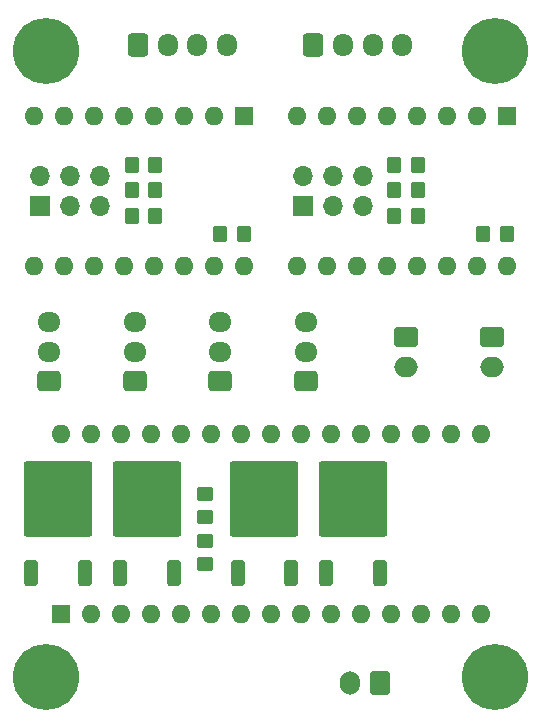
<source format=gbr>
%TF.GenerationSoftware,KiCad,Pcbnew,7.0.1-0*%
%TF.CreationDate,2024-10-14T15:01:23+02:00*%
%TF.ProjectId,SerialControllerBoard,53657269-616c-4436-9f6e-74726f6c6c65,rev?*%
%TF.SameCoordinates,Original*%
%TF.FileFunction,Soldermask,Top*%
%TF.FilePolarity,Negative*%
%FSLAX46Y46*%
G04 Gerber Fmt 4.6, Leading zero omitted, Abs format (unit mm)*
G04 Created by KiCad (PCBNEW 7.0.1-0) date 2024-10-14 15:01:23*
%MOMM*%
%LPD*%
G01*
G04 APERTURE LIST*
G04 Aperture macros list*
%AMRoundRect*
0 Rectangle with rounded corners*
0 $1 Rounding radius*
0 $2 $3 $4 $5 $6 $7 $8 $9 X,Y pos of 4 corners*
0 Add a 4 corners polygon primitive as box body*
4,1,4,$2,$3,$4,$5,$6,$7,$8,$9,$2,$3,0*
0 Add four circle primitives for the rounded corners*
1,1,$1+$1,$2,$3*
1,1,$1+$1,$4,$5*
1,1,$1+$1,$6,$7*
1,1,$1+$1,$8,$9*
0 Add four rect primitives between the rounded corners*
20,1,$1+$1,$2,$3,$4,$5,0*
20,1,$1+$1,$4,$5,$6,$7,0*
20,1,$1+$1,$6,$7,$8,$9,0*
20,1,$1+$1,$8,$9,$2,$3,0*%
G04 Aperture macros list end*
%ADD10RoundRect,0.250000X-0.600000X-0.725000X0.600000X-0.725000X0.600000X0.725000X-0.600000X0.725000X0*%
%ADD11O,1.700000X1.950000*%
%ADD12C,5.600000*%
%ADD13R,1.700000X1.700000*%
%ADD14O,1.700000X1.700000*%
%ADD15RoundRect,0.250000X0.725000X-0.600000X0.725000X0.600000X-0.725000X0.600000X-0.725000X-0.600000X0*%
%ADD16O,1.950000X1.700000*%
%ADD17RoundRect,0.250000X-0.750000X0.600000X-0.750000X-0.600000X0.750000X-0.600000X0.750000X0.600000X0*%
%ADD18O,2.000000X1.700000*%
%ADD19R,1.600000X1.600000*%
%ADD20O,1.600000X1.600000*%
%ADD21RoundRect,0.250000X-0.450000X0.350000X-0.450000X-0.350000X0.450000X-0.350000X0.450000X0.350000X0*%
%ADD22RoundRect,0.250000X0.350000X0.450000X-0.350000X0.450000X-0.350000X-0.450000X0.350000X-0.450000X0*%
%ADD23RoundRect,0.250000X0.350000X-0.850000X0.350000X0.850000X-0.350000X0.850000X-0.350000X-0.850000X0*%
%ADD24RoundRect,0.249997X2.650003X-2.950003X2.650003X2.950003X-2.650003X2.950003X-2.650003X-2.950003X0*%
%ADD25RoundRect,0.250000X0.450000X-0.350000X0.450000X0.350000X-0.450000X0.350000X-0.450000X-0.350000X0*%
%ADD26RoundRect,0.250000X0.600000X0.750000X-0.600000X0.750000X-0.600000X-0.750000X0.600000X-0.750000X0*%
%ADD27O,1.700000X2.000000*%
G04 APERTURE END LIST*
D10*
%TO.C,J10*%
X131320000Y-43000000D03*
D11*
X133820000Y-43000000D03*
X136320000Y-43000000D03*
X138820000Y-43000000D03*
%TD*%
D12*
%TO.C,H1*%
X123500000Y-43500000D03*
%TD*%
D13*
%TO.C,J8*%
X122975000Y-56615000D03*
D14*
X122975000Y-54075000D03*
X125515000Y-56615000D03*
X125515000Y-54075000D03*
X128055000Y-56615000D03*
X128055000Y-54075000D03*
%TD*%
D15*
%TO.C,J5*%
X123725000Y-71500000D03*
D16*
X123725000Y-69000000D03*
X123725000Y-66500000D03*
%TD*%
D12*
%TO.C,H2*%
X161500000Y-43500000D03*
%TD*%
D10*
%TO.C,J11*%
X146150000Y-43000000D03*
D11*
X148650000Y-43000000D03*
X151150000Y-43000000D03*
X153650000Y-43000000D03*
%TD*%
D17*
%TO.C,J6*%
X161250000Y-67750000D03*
D18*
X161250000Y-70250000D03*
%TD*%
D15*
%TO.C,J4*%
X131000000Y-71500000D03*
D16*
X131000000Y-69000000D03*
X131000000Y-66500000D03*
%TD*%
D19*
%TO.C,A1*%
X124800000Y-91240000D03*
D20*
X127340000Y-91240000D03*
X129880000Y-91240000D03*
X132420000Y-91240000D03*
X134960000Y-91240000D03*
X137500000Y-91240000D03*
X140040000Y-91240000D03*
X142580000Y-91240000D03*
X145120000Y-91240000D03*
X147660000Y-91240000D03*
X150200000Y-91240000D03*
X152740000Y-91240000D03*
X155280000Y-91240000D03*
X157820000Y-91240000D03*
X160360000Y-91240000D03*
X160360000Y-76000000D03*
X157820000Y-76000000D03*
X155280000Y-76000000D03*
X152740000Y-76000000D03*
X150200000Y-76000000D03*
X147660000Y-76000000D03*
X145120000Y-76000000D03*
X142580000Y-76000000D03*
X140040000Y-76000000D03*
X137500000Y-76000000D03*
X134960000Y-76000000D03*
X132420000Y-76000000D03*
X129880000Y-76000000D03*
X127340000Y-76000000D03*
X124800000Y-76000000D03*
%TD*%
D21*
%TO.C,R2*%
X137000000Y-85000000D03*
X137000000Y-87000000D03*
%TD*%
D22*
%TO.C,R10*%
X155000000Y-57465000D03*
X153000000Y-57465000D03*
%TD*%
D12*
%TO.C,H4*%
X161500000Y-96500000D03*
%TD*%
D19*
%TO.C,A2*%
X140250000Y-49000000D03*
D20*
X137710000Y-49000000D03*
X135170000Y-49000000D03*
X132630000Y-49000000D03*
X130090000Y-49000000D03*
X127550000Y-49000000D03*
X125010000Y-49000000D03*
X122470000Y-49000000D03*
X122470000Y-61700000D03*
X125010000Y-61700000D03*
X127550000Y-61700000D03*
X130090000Y-61700000D03*
X132630000Y-61700000D03*
X135170000Y-61700000D03*
X137710000Y-61700000D03*
X140250000Y-61700000D03*
%TD*%
D22*
%TO.C,R7*%
X140250000Y-59000000D03*
X138250000Y-59000000D03*
%TD*%
%TO.C,R5*%
X132750000Y-55340000D03*
X130750000Y-55340000D03*
%TD*%
D23*
%TO.C,Q3*%
X129750000Y-87725000D03*
D24*
X132030000Y-81425000D03*
D23*
X134310000Y-87725000D03*
%TD*%
D22*
%TO.C,R8*%
X162500000Y-59000000D03*
X160500000Y-59000000D03*
%TD*%
%TO.C,R3*%
X132750000Y-53215000D03*
X130750000Y-53215000D03*
%TD*%
D23*
%TO.C,Q4*%
X147220000Y-87725000D03*
D24*
X149500000Y-81425000D03*
D23*
X151780000Y-87725000D03*
%TD*%
D17*
%TO.C,J7*%
X154000000Y-67750000D03*
D18*
X154000000Y-70250000D03*
%TD*%
D22*
%TO.C,R4*%
X155000000Y-53215000D03*
X153000000Y-53215000D03*
%TD*%
D25*
%TO.C,R1*%
X137000000Y-83000000D03*
X137000000Y-81000000D03*
%TD*%
D23*
%TO.C,Q2*%
X139720000Y-87725000D03*
D24*
X142000000Y-81425000D03*
D23*
X144280000Y-87725000D03*
%TD*%
D12*
%TO.C,H3*%
X123500000Y-96500000D03*
%TD*%
D26*
%TO.C,J1*%
X151750000Y-97025000D03*
D27*
X149250000Y-97025000D03*
%TD*%
D15*
%TO.C,J2*%
X145500000Y-71500000D03*
D16*
X145500000Y-69000000D03*
X145500000Y-66500000D03*
%TD*%
D13*
%TO.C,J9*%
X145225000Y-56615000D03*
D14*
X145225000Y-54075000D03*
X147765000Y-56615000D03*
X147765000Y-54075000D03*
X150305000Y-56615000D03*
X150305000Y-54075000D03*
%TD*%
D22*
%TO.C,R6*%
X155000000Y-55340000D03*
X153000000Y-55340000D03*
%TD*%
D15*
%TO.C,J3*%
X138250000Y-71500000D03*
D16*
X138250000Y-69000000D03*
X138250000Y-66500000D03*
%TD*%
D22*
%TO.C,R9*%
X132750000Y-57465000D03*
X130750000Y-57465000D03*
%TD*%
D19*
%TO.C,A3*%
X162500000Y-49000000D03*
D20*
X159960000Y-49000000D03*
X157420000Y-49000000D03*
X154880000Y-49000000D03*
X152340000Y-49000000D03*
X149800000Y-49000000D03*
X147260000Y-49000000D03*
X144720000Y-49000000D03*
X144720000Y-61700000D03*
X147260000Y-61700000D03*
X149800000Y-61700000D03*
X152340000Y-61700000D03*
X154880000Y-61700000D03*
X157420000Y-61700000D03*
X159960000Y-61700000D03*
X162500000Y-61700000D03*
%TD*%
D23*
%TO.C,Q1*%
X122220000Y-87725000D03*
D24*
X124500000Y-81425000D03*
D23*
X126780000Y-87725000D03*
%TD*%
M02*

</source>
